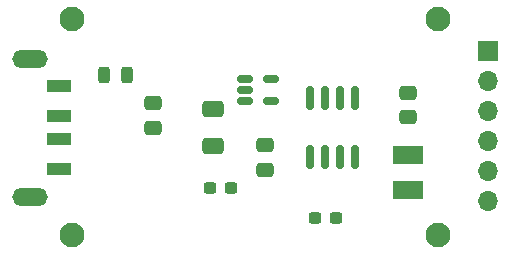
<source format=gbr>
%TF.GenerationSoftware,KiCad,Pcbnew,7.0.11+dfsg-1build4*%
%TF.CreationDate,2025-03-28T22:18:16-04:00*%
%TF.ProjectId,BadUSB,42616455-5342-42e6-9b69-6361645f7063,rev?*%
%TF.SameCoordinates,Original*%
%TF.FileFunction,Soldermask,Top*%
%TF.FilePolarity,Negative*%
%FSLAX46Y46*%
G04 Gerber Fmt 4.6, Leading zero omitted, Abs format (unit mm)*
G04 Created by KiCad (PCBNEW 7.0.11+dfsg-1build4) date 2025-03-28 22:18:16*
%MOMM*%
%LPD*%
G01*
G04 APERTURE LIST*
G04 Aperture macros list*
%AMRoundRect*
0 Rectangle with rounded corners*
0 $1 Rounding radius*
0 $2 $3 $4 $5 $6 $7 $8 $9 X,Y pos of 4 corners*
0 Add a 4 corners polygon primitive as box body*
4,1,4,$2,$3,$4,$5,$6,$7,$8,$9,$2,$3,0*
0 Add four circle primitives for the rounded corners*
1,1,$1+$1,$2,$3*
1,1,$1+$1,$4,$5*
1,1,$1+$1,$6,$7*
1,1,$1+$1,$8,$9*
0 Add four rect primitives between the rounded corners*
20,1,$1+$1,$2,$3,$4,$5,0*
20,1,$1+$1,$4,$5,$6,$7,0*
20,1,$1+$1,$6,$7,$8,$9,0*
20,1,$1+$1,$8,$9,$2,$3,0*%
G04 Aperture macros list end*
%ADD10O,2.997200X1.498600*%
%ADD11R,2.006600X1.092200*%
%ADD12RoundRect,0.250000X-0.475000X0.337500X-0.475000X-0.337500X0.475000X-0.337500X0.475000X0.337500X0*%
%ADD13C,2.100000*%
%ADD14RoundRect,0.250000X0.475000X-0.337500X0.475000X0.337500X-0.475000X0.337500X-0.475000X-0.337500X0*%
%ADD15R,2.600000X1.500000*%
%ADD16R,1.700000X1.700000*%
%ADD17O,1.700000X1.700000*%
%ADD18RoundRect,0.237500X-0.300000X-0.237500X0.300000X-0.237500X0.300000X0.237500X-0.300000X0.237500X0*%
%ADD19RoundRect,0.237500X0.300000X0.237500X-0.300000X0.237500X-0.300000X-0.237500X0.300000X-0.237500X0*%
%ADD20RoundRect,0.250000X-0.650000X0.412500X-0.650000X-0.412500X0.650000X-0.412500X0.650000X0.412500X0*%
%ADD21RoundRect,0.150000X-0.512500X-0.150000X0.512500X-0.150000X0.512500X0.150000X-0.512500X0.150000X0*%
%ADD22RoundRect,0.243750X-0.243750X-0.456250X0.243750X-0.456250X0.243750X0.456250X-0.243750X0.456250X0*%
%ADD23RoundRect,0.150000X0.150000X-0.825000X0.150000X0.825000X-0.150000X0.825000X-0.150000X-0.825000X0*%
G04 APERTURE END LIST*
D10*
%TO.C,J1*%
X138201300Y-127343000D03*
X138201300Y-115659000D03*
D11*
X140690500Y-125001001D03*
X140690500Y-122501001D03*
X140690500Y-120500999D03*
X140690500Y-118000999D03*
%TD*%
D12*
%TO.C,R3*%
X170218000Y-118558500D03*
X170218000Y-120633500D03*
%TD*%
D13*
%TO.C,REF\u002A\u002A*%
X141732000Y-112268000D03*
%TD*%
%TO.C,REF\u002A\u002A*%
X172720000Y-130556000D03*
%TD*%
D14*
%TO.C,R2*%
X158153000Y-125078500D03*
X158153000Y-123003500D03*
%TD*%
D15*
%TO.C,D2*%
X170218000Y-126811000D03*
X170218000Y-123811000D03*
%TD*%
D16*
%TO.C,J2*%
X176956000Y-115037000D03*
D17*
X176956000Y-117577000D03*
X176956000Y-120117000D03*
X176956000Y-122657000D03*
X176956000Y-125197000D03*
X176956000Y-127737000D03*
%TD*%
D18*
%TO.C,C1*%
X162370500Y-129121000D03*
X164095500Y-129121000D03*
%TD*%
D13*
%TO.C,*%
X172720000Y-112268000D03*
%TD*%
D19*
%TO.C,C2*%
X155205500Y-126581000D03*
X153480500Y-126581000D03*
%TD*%
D20*
%TO.C,C3*%
X153708000Y-119938500D03*
X153708000Y-123063500D03*
%TD*%
D21*
%TO.C,U2*%
X156380500Y-117376000D03*
X156380500Y-118326000D03*
X156380500Y-119276000D03*
X158655500Y-119276000D03*
X158655500Y-117376000D03*
%TD*%
D22*
%TO.C,D1*%
X144515500Y-117056000D03*
X146390500Y-117056000D03*
%TD*%
D23*
%TO.C,U1*%
X161963000Y-123976000D03*
X163233000Y-123976000D03*
X164503000Y-123976000D03*
X165773000Y-123976000D03*
X165773000Y-119026000D03*
X164503000Y-119026000D03*
X163233000Y-119026000D03*
X161963000Y-119026000D03*
%TD*%
D13*
%TO.C,REF\u002A\u002A*%
X141732000Y-130556000D03*
%TD*%
D12*
%TO.C,R1*%
X148628000Y-119426000D03*
X148628000Y-121501000D03*
%TD*%
D13*
%TO.C,REF\u002A\u002A*%
X172720000Y-112268000D03*
%TD*%
M02*

</source>
